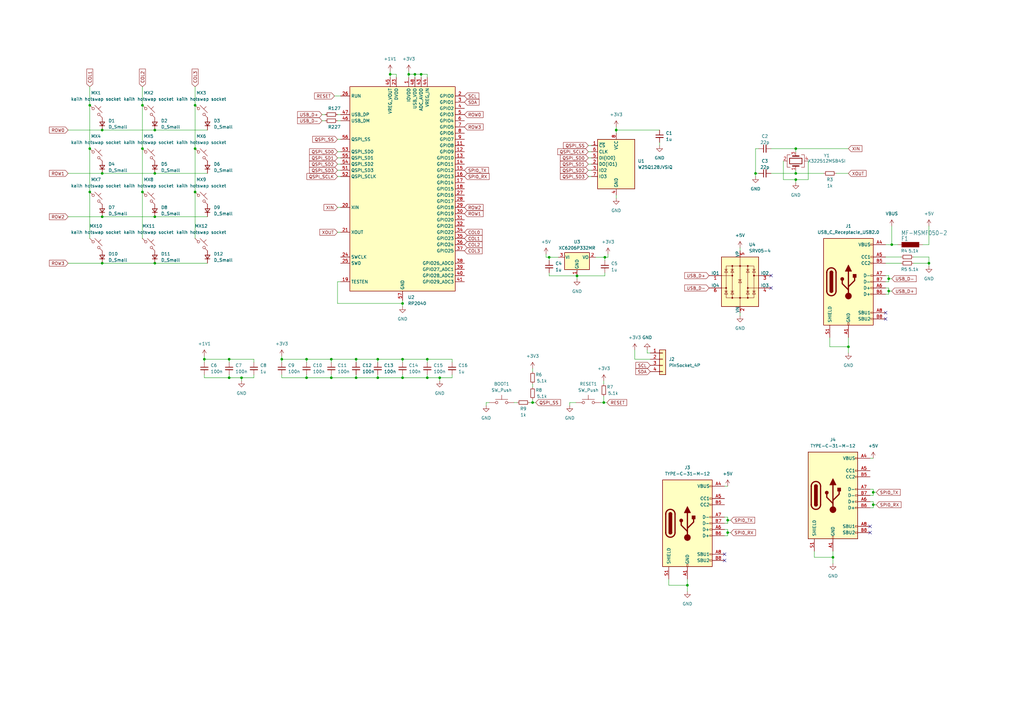
<source format=kicad_sch>
(kicad_sch (version 20231120) (generator "eeschema") (generator_version "8.0")
  (paper "A3")
  (lib_symbols
    (symbol "+1V1_2" (power) (pin_names (offset 0))
      (property "Value" "+1V1_2" (at 0 5.08 0))
      (symbol "+1V1_2_1_1"
        (pin power_in line (at 0 0 90) (length 0) hide (name "+1V1L") (number "1"))
      )
    )
    (symbol "+3V3_2" (power) (pin_names (offset 0))
      (property "Value" "+3V3_2" (at 0 5.08 0))
      (symbol "+3V3_2_1_1"
        (pin power_in line (at 0 0 90) (length 0) hide (name "+3V3L") (number "1"))
      )
    )
    (symbol "+5V_1" (power) (pin_names (offset 0))
      (property "Value" "+5V_1" (at 0 5.08 0))
      (symbol "+5V_1_1_1"
        (pin power_in line (at 0 0 90) (length 0) hide (name "+5VL") (number "1"))
      )
    )
    (symbol "Connector:USB_C_Receptacle_USB2.0" (pin_names (offset 1.016))
      (property "Reference" "J" (at -10.16 19.05 0))
      (property "Value" "USB_C_Receptacle_USB2.0" (at 19.05 19.05 0))
      (symbol "USB_C_Receptacle_USB2.0_1_1"
        (pin passive line (at 0 -22.86 90) (length 5.08) (name "GND") (number "A1"))
        (pin passive line (at 0 -22.86 90) (length 5.08) hide (name "GND") (number "A12"))
        (pin passive line (at 15.24 15.24 180) (length 5.08) (name "VBUS") (number "A4"))
        (pin bidirectional line (at 15.24 10.16 180) (length 5.08) (name "CC1") (number "A5"))
        (pin bidirectional line (at 15.24 -2.54 180) (length 5.08) (name "D+") (number "A6"))
        (pin bidirectional line (at 15.24 2.54 180) (length 5.08) (name "D-") (number "A7"))
        (pin bidirectional line (at 15.24 -12.7 180) (length 5.08) (name "SBU1") (number "A8"))
        (pin passive line (at 15.24 15.24 180) (length 5.08) hide (name "VBUS") (number "A9"))
        (pin passive line (at 0 -22.86 90) (length 5.08) hide (name "GND") (number "B1"))
        (pin passive line (at 0 -22.86 90) (length 5.08) hide (name "GND") (number "B12"))
        (pin passive line (at 15.24 15.24 180) (length 5.08) hide (name "VBUS") (number "B4"))
        (pin bidirectional line (at 15.24 7.62 180) (length 5.08) (name "CC2") (number "B5"))
        (pin bidirectional line (at 15.24 -5.08 180) (length 5.08) (name "D+") (number "B6"))
        (pin bidirectional line (at 15.24 0 180) (length 5.08) (name "D-") (number "B7"))
        (pin bidirectional line (at 15.24 -15.24 180) (length 5.08) (name "SBU2") (number "B8"))
        (pin passive line (at 15.24 15.24 180) (length 5.08) hide (name "VBUS") (number "B9"))
        (pin passive line (at -7.62 -22.86 90) (length 5.08) (name "SHIELD") (number "S1"))
      )
    )
    (symbol "Connector_Generic:Conn_01x04" (pin_names (offset 1.016) hide)
      (property "Reference" "J" (at 0 5.08 0))
      (property "Value" "Conn_01x04" (at 0 -7.62 0))
      (symbol "Conn_01x04_1_1"
        (pin passive line (at -5.08 2.54 0) (length 3.81) (name "Pin_1") (number "1"))
        (pin passive line (at -5.08 0 0) (length 3.81) (name "Pin_2") (number "2"))
        (pin passive line (at -5.08 -2.54 0) (length 3.81) (name "Pin_3") (number "3"))
        (pin passive line (at -5.08 -5.08 0) (length 3.81) (name "Pin_4") (number "4"))
      )
    )
    (symbol "Device:C_Small" (pin_numbers hide) (pin_names (offset 0.254) hide)
      (property "Reference" "C" (at 0.254 1.778 0))
      (property "Value" "C_Small" (at 0.254 -2.032 0))
      (symbol "C_Small_1_1"
        (pin passive line (at 0 2.54 270) (length 2.032) (name "~") (number "1"))
        (pin passive line (at 0 -2.54 90) (length 2.032) (name "~") (number "2"))
      )
    )
    (symbol "Device:Crystal_GND24" (pin_names (offset 1.016) hide)
      (property "Reference" "Y" (at 3.175 5.08 0))
      (property "Value" "Crystal_GND24" (at 3.175 3.175 0))
      (symbol "Crystal_GND24_1_1"
        (pin passive line (at -3.81 0 0) (length 1.27) (name "1") (number "1"))
        (pin passive line (at 0 5.08 270) (length 1.27) (name "2") (number "2"))
        (pin passive line (at 3.81 0 180) (length 1.27) (name "3") (number "3"))
        (pin passive line (at 0 -5.08 90) (length 1.27) (name "4") (number "4"))
      )
    )
    (symbol "Device:D_Small" (pin_numbers hide) (pin_names (offset 0.254) hide)
      (property "Reference" "D" (at -1.27 2.032 0))
      (property "Value" "D_Small" (at -3.81 -2.032 0))
      (symbol "D_Small_1_1"
        (pin passive line (at -2.54 0 0) (length 1.778) (name "K") (number "1"))
        (pin passive line (at 2.54 0 180) (length 1.778) (name "A") (number "2"))
      )
    )
    (symbol "Device:R_Small" (pin_numbers hide) (pin_names (offset 0.254) hide)
      (property "Reference" "R" (at 0.762 0.508 0))
      (property "Value" "R_Small" (at 0.762 -1.016 0))
      (symbol "R_Small_1_1"
        (pin passive line (at 0 2.54 270) (length 0.762) (name "~") (number "1"))
        (pin passive line (at 0 -2.54 90) (length 0.762) (name "~") (number "2"))
      )
    )
    (symbol "GND_1" (power) (pin_names (offset 0))
      (property "Value" "GND_1" (at 0 -5.08 0))
      (symbol "GND_1_1_1"
        (pin power_in line (at 0 0 270) (length 0) hide (name "GNDL") (number "1"))
      )
    )
    (symbol "Leonardo_Rev3e:L-EUL1812"
      (property "Reference" "L" (at -1.4986 -3.81 90))
      (property "Value" "L-EUL1812" (at 3.302 -3.81 90))
      (symbol "L-EUL1812_1_0"
        (pin passive line (at 0 5.08 270) (length 2.54) (name "1") (number "1"))
        (pin passive line (at 0 -5.08 90) (length 2.54) (name "2") (number "2"))
      )
    )
    (symbol "MCU_RaspberryPi:RP2040"
      (property "Reference" "U" (at 17.78 45.72 0))
      (property "Value" "RP2040" (at 17.78 43.18 0))
      (symbol "RP2040_1_1"
        (pin power_in line (at 2.54 45.72 270) (length 3.81) (name "IOVDD") (number "1"))
        (pin passive line (at 2.54 45.72 270) (length 3.81) hide (name "IOVDD") (number "10"))
        (pin bidirectional line (at 25.4 17.78 180) (length 3.81) (name "GPIO8") (number "11"))
        (pin bidirectional line (at 25.4 15.24 180) (length 3.81) (name "GPIO9") (number "12"))
        (pin bidirectional line (at 25.4 12.7 180) (length 3.81) (name "GPIO10") (number "13"))
        (pin bidirectional line (at 25.4 10.16 180) (length 3.81) (name "GPIO11") (number "14"))
        (pin bidirectional line (at 25.4 7.62 180) (length 3.81) (name "GPIO12") (number "15"))
        (pin bidirectional line (at 25.4 5.08 180) (length 3.81) (name "GPIO13") (number "16"))
        (pin bidirectional line (at 25.4 2.54 180) (length 3.81) (name "GPIO14") (number "17"))
        (pin bidirectional line (at 25.4 0 180) (length 3.81) (name "GPIO15") (number "18"))
        (pin input line (at -25.4 -38.1 0) (length 3.81) (name "TESTEN") (number "19"))
        (pin bidirectional line (at 25.4 38.1 180) (length 3.81) (name "GPIO0") (number "2"))
        (pin input line (at -25.4 -7.62 0) (length 3.81) (name "XIN") (number "20"))
        (pin passive line (at -25.4 -17.78 0) (length 3.81) (name "XOUT") (number "21"))
        (pin passive line (at 2.54 45.72 270) (length 3.81) hide (name "IOVDD") (number "22"))
        (pin power_in line (at -2.54 45.72 270) (length 3.81) (name "DVDD") (number "23"))
        (pin input line (at -25.4 -27.94 0) (length 3.81) (name "SWCLK") (number "24"))
        (pin bidirectional line (at -25.4 -30.48 0) (length 3.81) (name "SWD") (number "25"))
        (pin input line (at -25.4 38.1 0) (length 3.81) (name "RUN") (number "26"))
        (pin bidirectional line (at 25.4 -2.54 180) (length 3.81) (name "GPIO16") (number "27"))
        (pin bidirectional line (at 25.4 -5.08 180) (length 3.81) (name "GPIO17") (number "28"))
        (pin bidirectional line (at 25.4 -7.62 180) (length 3.81) (name "GPIO18") (number "29"))
        (pin bidirectional line (at 25.4 35.56 180) (length 3.81) (name "GPIO1") (number "3"))
        (pin bidirectional line (at 25.4 -10.16 180) (length 3.81) (name "GPIO19") (number "30"))
        (pin bidirectional line (at 25.4 -12.7 180) (length 3.81) (name "GPIO20") (number "31"))
        (pin bidirectional line (at 25.4 -15.24 180) (length 3.81) (name "GPIO21") (number "32"))
        (pin passive line (at 2.54 45.72 270) (length 3.81) hide (name "IOVDD") (number "33"))
        (pin bidirectional line (at 25.4 -17.78 180) (length 3.81) (name "GPIO22") (number "34"))
        (pin bidirectional line (at 25.4 -20.32 180) (length 3.81) (name "GPIO23") (number "35"))
        (pin bidirectional line (at 25.4 -22.86 180) (length 3.81) (name "GPIO24") (number "36"))
        (pin bidirectional line (at 25.4 -25.4 180) (length 3.81) (name "GPIO25") (number "37"))
        (pin bidirectional line (at 25.4 -30.48 180) (length 3.81) (name "GPIO26_ADC0") (number "38"))
        (pin bidirectional line (at 25.4 -33.02 180) (length 3.81) (name "GPIO27_ADC1") (number "39"))
        (pin bidirectional line (at 25.4 33.02 180) (length 3.81) (name "GPIO2") (number "4"))
        (pin bidirectional line (at 25.4 -35.56 180) (length 3.81) (name "GPIO28_ADC2") (number "40"))
        (pin bidirectional line (at 25.4 -38.1 180) (length 3.81) (name "GPIO29_ADC3") (number "41"))
        (pin passive line (at 2.54 45.72 270) (length 3.81) hide (name "IOVDD") (number "42"))
        (pin power_in line (at 7.62 45.72 270) (length 3.81) (name "ADC_AVDD") (number "43"))
        (pin power_in line (at 10.16 45.72 270) (length 3.81) (name "VREG_IN") (number "44"))
        (pin power_out line (at -5.08 45.72 270) (length 3.81) (name "VREG_VOUT") (number "45"))
        (pin bidirectional line (at -25.4 27.94 0) (length 3.81) (name "USB_DM") (number "46"))
        (pin bidirectional line (at -25.4 30.48 0) (length 3.81) (name "USB_DP") (number "47"))
        (pin power_in line (at 5.08 45.72 270) (length 3.81) (name "USB_VDD") (number "48"))
        (pin passive line (at 2.54 45.72 270) (length 3.81) hide (name "IOVDD") (number "49"))
        (pin bidirectional line (at 25.4 30.48 180) (length 3.81) (name "GPIO3") (number "5"))
        (pin passive line (at -2.54 45.72 270) (length 3.81) hide (name "DVDD") (number "50"))
        (pin bidirectional line (at -25.4 7.62 0) (length 3.81) (name "QSPI_SD3") (number "51"))
        (pin output line (at -25.4 5.08 0) (length 3.81) (name "QSPI_SCLK") (number "52"))
        (pin bidirectional line (at -25.4 15.24 0) (length 3.81) (name "QSPI_SD0") (number "53"))
        (pin bidirectional line (at -25.4 10.16 0) (length 3.81) (name "QSPI_SD2") (number "54"))
        (pin bidirectional line (at -25.4 12.7 0) (length 3.81) (name "QSPI_SD1") (number "55"))
        (pin bidirectional line (at -25.4 20.32 0) (length 3.81) (name "QSPI_SS") (number "56"))
        (pin power_in line (at 0 -45.72 90) (length 3.81) (name "GND") (number "57"))
        (pin bidirectional line (at 25.4 27.94 180) (length 3.81) (name "GPIO4") (number "6"))
        (pin bidirectional line (at 25.4 25.4 180) (length 3.81) (name "GPIO5") (number "7"))
        (pin bidirectional line (at 25.4 22.86 180) (length 3.81) (name "GPIO6") (number "8"))
        (pin bidirectional line (at 25.4 20.32 180) (length 3.81) (name "GPIO7") (number "9"))
      )
    )
    (symbol "Memory_Flash:W25Q128JVS"
      (property "Reference" "U" (at -8.89 8.89 0))
      (property "Value" "W25Q128JVS" (at 7.62 8.89 0))
      (symbol "W25Q128JVS_1_1"
        (pin input line (at -10.16 7.62 0) (length 2.54) (name "~{CS}") (number "1"))
        (pin bidirectional line (at -10.16 0 0) (length 2.54) (name "DO(IO1)") (number "2"))
        (pin bidirectional line (at -10.16 -2.54 0) (length 2.54) (name "IO2") (number "3"))
        (pin power_in line (at 0 -12.7 90) (length 2.54) (name "GND") (number "4"))
        (pin bidirectional line (at -10.16 2.54 0) (length 2.54) (name "DI(IO0)") (number "5"))
        (pin input line (at -10.16 5.08 0) (length 2.54) (name "CLK") (number "6"))
        (pin bidirectional line (at -10.16 -5.08 0) (length 2.54) (name "IO3") (number "7"))
        (pin power_in line (at 0 12.7 270) (length 2.54) (name "VCC") (number "8"))
      )
    )
    (symbol "PCM_marbastlib-mx:MX_SW_solder" (pin_numbers hide) (pin_names (offset 1.016) hide)
      (property "Reference" "MX" (at 3.048 1.016 0))
      (property "Value" "MX_SW_solder" (at 0 -3.81 0))
      (symbol "MX_SW_solder_0_1"
        (pin passive line (at -2.54 2.54 0) (length 0) (name "1") (number "1"))
        (pin passive line (at 2.54 -2.54 180) (length 0) (name "2") (number "2"))
      )
    )
    (symbol "PCM_marbastlib-various:SRV05-4" (pin_names (offset 0))
      (property "Reference" "U" (at -5.08 11.43 0))
      (property "Value" "SRV05-4" (at 2.54 11.43 0))
      (symbol "SRV05-4_1_1"
        (pin passive line (at -12.7 2.54 0) (length 5.08) (name "IO1") (number "1"))
        (pin passive line (at 0 -12.7 90) (length 2.54) (name "VN") (number "2"))
        (pin passive line (at 12.7 2.54 180) (length 5.08) (name "IO2") (number "3"))
        (pin passive line (at 12.7 -2.54 180) (length 5.08) (name "IO3") (number "4"))
        (pin passive line (at 0 12.7 270) (length 2.54) (name "VP") (number "5"))
        (pin passive line (at -12.7 -2.54 0) (length 5.08) (name "IO4") (number "6"))
      )
    )
    (symbol "Regulator_Linear:XC6206PxxxMR" (pin_names (offset 0.254))
      (property "Reference" "U" (at -3.81 3.175 0))
      (property "Value" "XC6206PxxxMR" (at 0 3.175 0))
      (symbol "XC6206PxxxMR_1_1"
        (pin power_in line (at 0 -7.62 90) (length 2.54) (name "GND") (number "1"))
        (pin power_out line (at 7.62 0 180) (length 2.54) (name "VO") (number "2"))
        (pin power_in line (at -7.62 0 0) (length 2.54) (name "VI") (number "3"))
      )
    )
    (symbol "Switch:SW_Push" (pin_numbers hide) (pin_names (offset 1.016) hide)
      (property "Reference" "SW" (at 1.27 2.54 0))
      (property "Value" "SW_Push" (at 0 -1.524 0))
      (symbol "SW_Push_0_1"
        (pin passive line (at -5.08 0 0) (length 2.54) (name "1") (number "1"))
        (pin passive line (at 5.08 0 180) (length 2.54) (name "2") (number "2"))
      )
    )
    (symbol "power:+1V1" (power) (pin_names (offset 0))
      (property "Value" "+1V1" (at 0 3.556 0))
      (symbol "+1V1_1_1"
        (pin power_in line (at 0 0 90) (length 0) hide (name "+1V1") (number "1"))
      )
    )
    (symbol "power:+3V3" (power) (pin_names (offset 0))
      (property "Value" "+3V3" (at 0 3.556 0))
      (symbol "+3V3_1_1"
        (pin power_in line (at 0 0 90) (length 0) hide (name "+3V3") (number "1"))
      )
    )
    (symbol "power:+5V" (power) (pin_names (offset 0))
      (property "Value" "+5V" (at 0 3.556 0))
      (symbol "+5V_1_1"
        (pin power_in line (at 0 0 90) (length 0) hide (name "+5V") (number "1"))
      )
    )
    (symbol "power:GND" (power) (pin_names (offset 0))
      (property "Value" "GND" (at 0 -3.81 0))
      (symbol "GND_1_1"
        (pin power_in line (at 0 0 270) (length 0) hide (name "GND") (number "1"))
      )
    )
    (symbol "power:VBUS" (power) (pin_names (offset 0))
      (property "Value" "VBUS" (at 0 3.81 0))
      (symbol "VBUS_1_1"
        (pin power_in line (at 0 0 90) (length 0) hide (name "VBUS") (number "1"))
      )
    )
  )
  (junction (at 326.39 71.12))
  (junction (at 175.26 147.32))
  (junction (at 63.5 88.9))
  (junction (at 80.01 43.18))
  (junction (at 167.64 30.48))
  (junction (at 41.91 107.95))
  (junction (at 80.01 78.74))
  (junction (at 146.05 154.94))
  (junction (at 175.26 154.94))
  (junction (at 236.6587 113.1487))
  (junction (at 170.18 30.48))
  (junction (at 225.2287 105.5287))
  (junction (at 364.49 119.38))
  (junction (at 165.1 124.46))
  (junction (at 80.01 60.96))
  (junction (at 41.91 71.12))
  (junction (at 347.98 142.24))
  (junction (at 41.91 88.9))
  (junction (at 36.83 78.74))
  (junction (at 172.72 30.48))
  (junction (at 358.14 201.93))
  (junction (at 252.73 53.34))
  (junction (at 381 107.95))
  (junction (at 165.1 154.94))
  (junction (at 58.42 43.18))
  (junction (at 248.0887 105.5287))
  (junction (at 146.05 147.32))
  (junction (at 326.39 60.96))
  (junction (at 298.45 218.44))
  (junction (at 154.94 154.94))
  (junction (at 135.89 147.32))
  (junction (at 36.83 43.18))
  (junction (at 341.63 228.6))
  (junction (at 326.39 73.66))
  (junction (at 247.65 165.1))
  (junction (at 58.42 78.74))
  (junction (at 298.45 213.36))
  (junction (at 165.1 147.32))
  (junction (at 63.5 71.12))
  (junction (at 281.94 240.03))
  (junction (at 309.88 71.12))
  (junction (at 135.89 154.94))
  (junction (at 93.98 154.94))
  (junction (at 154.94 147.32))
  (junction (at 125.73 154.94))
  (junction (at 93.98 147.32))
  (junction (at 125.73 147.32))
  (junction (at 41.91 53.34))
  (junction (at 58.42 60.96))
  (junction (at 364.49 114.3))
  (junction (at 83.82 147.32))
  (junction (at 365.76 100.33))
  (junction (at 358.14 207.01))
  (junction (at 99.06 154.94))
  (junction (at 160.02 30.48))
  (junction (at 115.57 147.32))
  (junction (at 218.44 165.1))
  (junction (at 63.5 53.34))
  (junction (at 63.5 107.95))
  (junction (at 180.34 154.94))
  (junction (at 36.83 60.96))
  (no_connect (at 316.23 118.11))
  (no_connect (at 363.22 128.27))
  (no_connect (at 356.87 215.9))
  (no_connect (at 297.18 227.33))
  (no_connect (at 297.18 229.87))
  (no_connect (at 356.87 218.44))
  (no_connect (at 316.23 113.03))
  (no_connect (at 363.22 130.81))
  (wire (pts (xy 58.42 60.96) (xy 58.42 78.74)))
  (wire (pts (xy 241.3 64.77) (xy 242.57 64.77)))
  (wire (pts (xy 298.45 214.63) (xy 297.18 214.63)))
  (wire (pts (xy 175.26 147.32) (xy 185.42 147.32)))
  (wire (pts (xy 236.6587 114.4187) (xy 236.6587 113.1487)))
  (wire (pts (xy 274.32 237.49) (xy 274.32 240.03)))
  (wire (pts (xy 236.6587 113.1487) (xy 248.0887 113.1487)))
  (wire (pts (xy 248.0887 105.5287) (xy 248.0887 106.7987)))
  (wire (pts (xy 364.49 118.11) (xy 363.22 118.11)))
  (wire (pts (xy 363.22 107.95) (xy 369.57 107.95)))
  (wire (pts (xy 356.87 200.66) (xy 358.14 200.66)))
  (wire (pts (xy 93.98 147.32) (xy 104.14 147.32)))
  (wire (pts (xy 146.05 153.67) (xy 146.05 154.94)))
  (wire (pts (xy 364.49 114.3) (xy 364.49 113.03)))
  (wire (pts (xy 236.22 165.1) (xy 233.68 165.1)))
  (wire (pts (xy 165.1 153.67) (xy 165.1 154.94)))
  (wire (pts (xy 326.39 69.85) (xy 326.39 71.12)))
  (wire (pts (xy 252.73 53.34) (xy 270.51 53.34)))
  (wire (pts (xy 247.65 162.56) (xy 247.65 165.1)))
  (wire (pts (xy 125.73 154.94) (xy 135.89 154.94)))
  (wire (pts (xy 115.57 147.32) (xy 125.73 147.32)))
  (wire (pts (xy 218.44 151.13) (xy 218.44 152.4)))
  (wire (pts (xy 210.82 165.1) (xy 212.09 165.1)))
  (wire (pts (xy 303.53 101.6) (xy 303.53 102.87)))
  (wire (pts (xy 298.45 218.44) (xy 298.45 219.71)))
  (wire (pts (xy 364.49 119.38) (xy 364.49 118.11)))
  (wire (pts (xy 365.76 92.71) (xy 365.76 100.33)))
  (wire (pts (xy 138.43 49.53) (xy 139.7 49.53)))
  (wire (pts (xy 265.43 144.78) (xy 266.7 144.78)))
  (wire (pts (xy 252.73 52.07) (xy 252.73 53.34)))
  (wire (pts (xy 172.72 30.48) (xy 175.26 30.48)))
  (wire (pts (xy 241.3 59.69) (xy 242.57 59.69)))
  (wire (pts (xy 248.0887 105.5287) (xy 249.3587 105.5287)))
  (wire (pts (xy 180.34 154.94) (xy 185.42 154.94)))
  (wire (pts (xy 27.94 88.9) (xy 41.91 88.9)))
  (wire (pts (xy 115.57 148.59) (xy 115.57 147.32)))
  (wire (pts (xy 358.14 201.93) (xy 358.14 203.2)))
  (wire (pts (xy 326.39 74.93) (xy 326.39 73.66)))
  (wire (pts (xy 104.14 148.59) (xy 104.14 147.32)))
  (wire (pts (xy 265.43 143.51) (xy 265.43 144.78)))
  (wire (pts (xy 358.14 205.74) (xy 358.14 207.01)))
  (wire (pts (xy 36.83 60.96) (xy 36.83 78.74)))
  (wire (pts (xy 165.1 124.46) (xy 165.1 123.19)))
  (wire (pts (xy 311.15 60.96) (xy 309.88 60.96)))
  (wire (pts (xy 83.82 147.32) (xy 93.98 147.32)))
  (wire (pts (xy 167.64 30.48) (xy 170.18 30.48)))
  (wire (pts (xy 80.01 60.96) (xy 80.01 78.74)))
  (wire (pts (xy 165.1 154.94) (xy 175.26 154.94)))
  (wire (pts (xy 172.72 30.48) (xy 170.18 30.48)))
  (wire (pts (xy 218.44 163.83) (xy 218.44 165.1)))
  (wire (pts (xy 80.01 43.18) (xy 80.01 60.96)))
  (wire (pts (xy 326.39 62.23) (xy 326.39 60.96)))
  (wire (pts (xy 316.23 71.12) (xy 326.39 71.12)))
  (wire (pts (xy 138.43 72.39) (xy 139.7 72.39)))
  (wire (pts (xy 160.02 31.75) (xy 160.02 30.48)))
  (wire (pts (xy 27.94 71.12) (xy 41.91 71.12)))
  (wire (pts (xy 270.51 58.42) (xy 270.51 59.69)))
  (wire (pts (xy 223.9587 105.5287) (xy 225.2287 105.5287)))
  (wire (pts (xy 358.14 208.28) (xy 356.87 208.28)))
  (wire (pts (xy 297.18 217.17) (xy 298.45 217.17)))
  (wire (pts (xy 297.18 212.09) (xy 298.45 212.09)))
  (wire (pts (xy 363.22 115.57) (xy 364.49 115.57)))
  (wire (pts (xy 316.23 60.96) (xy 326.39 60.96)))
  (wire (pts (xy 41.91 53.34) (xy 63.5 53.34)))
  (wire (pts (xy 125.73 147.32) (xy 135.89 147.32)))
  (wire (pts (xy 252.73 80.01) (xy 252.73 81.28)))
  (wire (pts (xy 241.3 67.31) (xy 242.57 67.31)))
  (wire (pts (xy 252.73 53.34) (xy 252.73 54.61)))
  (wire (pts (xy 165.1 147.32) (xy 175.26 147.32)))
  (wire (pts (xy 80.01 35.56) (xy 80.01 43.18)))
  (wire (pts (xy 303.53 128.27) (xy 303.53 129.54)))
  (wire (pts (xy 132.08 46.99) (xy 133.35 46.99)))
  (wire (pts (xy 217.17 165.1) (xy 218.44 165.1)))
  (wire (pts (xy 185.42 154.94) (xy 185.42 153.67)))
  (wire (pts (xy 27.94 107.95) (xy 41.91 107.95)))
  (wire (pts (xy 381 100.33) (xy 381 92.71)))
  (wire (pts (xy 298.45 199.39) (xy 297.18 199.39)))
  (wire (pts (xy 281.94 240.03) (xy 281.94 242.57)))
  (wire (pts (xy 365.76 100.33) (xy 368.3 100.33)))
  (wire (pts (xy 154.94 154.94) (xy 165.1 154.94)))
  (wire (pts (xy 247.65 156.21) (xy 247.65 157.48)))
  (wire (pts (xy 63.5 107.95) (xy 85.09 107.95)))
  (wire (pts (xy 309.88 60.96) (xy 309.88 71.12)))
  (wire (pts (xy 364.49 120.65) (xy 364.49 119.38)))
  (wire (pts (xy 115.57 153.67) (xy 115.57 154.94)))
  (wire (pts (xy 309.88 71.12) (xy 311.15 71.12)))
  (wire (pts (xy 58.42 78.74) (xy 58.42 97.79)))
  (wire (pts (xy 138.43 95.25) (xy 139.7 95.25)))
  (wire (pts (xy 233.68 165.1) (xy 233.68 166.37)))
  (wire (pts (xy 83.82 154.94) (xy 93.98 154.94)))
  (wire (pts (xy 167.64 29.21) (xy 167.64 30.48)))
  (wire (pts (xy 298.45 217.17) (xy 298.45 218.44)))
  (wire (pts (xy 83.82 153.67) (xy 83.82 154.94)))
  (wire (pts (xy 260.35 147.32) (xy 260.35 143.51)))
  (wire (pts (xy 363.22 105.41) (xy 369.57 105.41)))
  (wire (pts (xy 341.63 228.6) (xy 341.63 231.14)))
  (wire (pts (xy 274.32 240.03) (xy 281.94 240.03)))
  (wire (pts (xy 241.3 62.23) (xy 242.57 62.23)))
  (wire (pts (xy 138.43 62.23) (xy 139.7 62.23)))
  (wire (pts (xy 334.01 226.06) (xy 334.01 228.6)))
  (wire (pts (xy 172.72 31.75) (xy 172.72 30.48)))
  (wire (pts (xy 248.0887 111.8787) (xy 248.0887 113.1487)))
  (wire (pts (xy 115.57 154.94) (xy 125.73 154.94)))
  (wire (pts (xy 41.91 88.9) (xy 63.5 88.9)))
  (wire (pts (xy 218.44 165.1) (xy 219.71 165.1)))
  (wire (pts (xy 223.9587 105.5287) (xy 223.9587 104.2587)))
  (wire (pts (xy 358.14 200.66) (xy 358.14 201.93)))
  (wire (pts (xy 41.91 71.12) (xy 63.5 71.12)))
  (wire (pts (xy 326.39 60.96) (xy 347.98 60.96)))
  (wire (pts (xy 137.16 39.37) (xy 139.7 39.37)))
  (wire (pts (xy 99.06 154.94) (xy 104.14 154.94)))
  (wire (pts (xy 309.88 71.12) (xy 309.88 72.39)))
  (wire (pts (xy 170.18 30.48) (xy 170.18 31.75)))
  (wire (pts (xy 260.35 147.32) (xy 266.7 147.32)))
  (wire (pts (xy 358.14 201.93) (xy 359.41 201.93)))
  (wire (pts (xy 342.9 71.12) (xy 347.98 71.12)))
  (wire (pts (xy 244.2787 105.5287) (xy 248.0887 105.5287)))
  (wire (pts (xy 138.43 57.15) (xy 139.7 57.15)))
  (wire (pts (xy 138.43 64.77) (xy 139.7 64.77)))
  (wire (pts (xy 125.73 153.67) (xy 125.73 154.94)))
  (wire (pts (xy 225.2287 105.5287) (xy 225.2287 106.7987)))
  (wire (pts (xy 358.14 207.01) (xy 358.14 208.28)))
  (wire (pts (xy 154.94 147.32) (xy 165.1 147.32)))
  (wire (pts (xy 298.45 218.44) (xy 299.72 218.44)))
  (wire (pts (xy 135.89 147.32) (xy 146.05 147.32)))
  (wire (pts (xy 334.01 228.6) (xy 341.63 228.6)))
  (wire (pts (xy 58.42 43.18) (xy 58.42 60.96)))
  (wire (pts (xy 138.43 46.99) (xy 139.7 46.99)))
  (wire (pts (xy 139.7 115.57) (xy 138.43 115.57)))
  (wire (pts (xy 175.26 31.75) (xy 175.26 30.48)))
  (wire (pts (xy 347.98 138.43) (xy 347.98 142.24)))
  (wire (pts (xy 160.02 30.48) (xy 162.56 30.48)))
  (wire (pts (xy 93.98 147.32) (xy 93.98 148.59)))
  (wire (pts (xy 165.1 148.59) (xy 165.1 147.32)))
  (wire (pts (xy 358.14 207.01) (xy 359.41 207.01)))
  (wire (pts (xy 63.5 71.12) (xy 85.09 71.12)))
  (wire (pts (xy 340.36 138.43) (xy 340.36 142.24)))
  (wire (pts (xy 363.22 100.33) (xy 365.76 100.33)))
  (wire (pts (xy 146.05 148.59) (xy 146.05 147.32)))
  (wire (pts (xy 364.49 115.57) (xy 364.49 114.3)))
  (wire (pts (xy 167.64 31.75) (xy 167.64 30.48)))
  (wire (pts (xy 175.26 153.67) (xy 175.26 154.94)))
  (wire (pts (xy 138.43 115.57) (xy 138.43 124.46)))
  (wire (pts (xy 363.22 113.03) (xy 364.49 113.03)))
  (wire (pts (xy 298.45 213.36) (xy 298.45 214.63)))
  (wire (pts (xy 41.91 107.95) (xy 63.5 107.95)))
  (wire (pts (xy 180.34 156.21) (xy 180.34 154.94)))
  (wire (pts (xy 115.57 146.05) (xy 115.57 147.32)))
  (wire (pts (xy 199.39 165.1) (xy 199.39 166.37)))
  (wire (pts (xy 225.2287 111.8787) (xy 225.2287 113.1487)))
  (wire (pts (xy 138.43 124.46) (xy 165.1 124.46)))
  (wire (pts (xy 36.83 43.18) (xy 36.83 60.96)))
  (wire (pts (xy 175.26 148.59) (xy 175.26 147.32)))
  (wire (pts (xy 185.42 147.32) (xy 185.42 148.59)))
  (wire (pts (xy 298.45 213.36) (xy 299.72 213.36)))
  (wire (pts (xy 36.83 35.56) (xy 36.83 43.18)))
  (wire (pts (xy 374.65 107.95) (xy 381 107.95)))
  (wire (pts (xy 341.63 226.06) (xy 341.63 228.6)))
  (wire (pts (xy 363.22 120.65) (xy 364.49 120.65)))
  (wire (pts (xy 175.26 154.94) (xy 180.34 154.94)))
  (wire (pts (xy 132.08 49.53) (xy 133.35 49.53)))
  (wire (pts (xy 160.02 29.21) (xy 160.02 30.48)))
  (wire (pts (xy 358.14 203.2) (xy 356.87 203.2)))
  (wire (pts (xy 241.3 72.39) (xy 242.57 72.39)))
  (wire (pts (xy 331.47 66.04) (xy 331.47 73.66)))
  (wire (pts (xy 80.01 78.74) (xy 80.01 97.79)))
  (wire (pts (xy 93.98 154.94) (xy 99.06 154.94)))
  (wire (pts (xy 298.45 219.71) (xy 297.18 219.71)))
  (wire (pts (xy 248.92 165.1) (xy 247.65 165.1)))
  (wire (pts (xy 356.87 205.74) (xy 358.14 205.74)))
  (wire (pts (xy 241.3 69.85) (xy 242.57 69.85)))
  (wire (pts (xy 135.89 153.67) (xy 135.89 154.94)))
  (wire (pts (xy 218.44 158.75) (xy 218.44 157.48)))
  (wire (pts (xy 364.49 119.38) (xy 365.76 119.38)))
  (wire (pts (xy 247.65 165.1) (xy 246.38 165.1)))
  (wire (pts (xy 321.31 73.66) (xy 326.39 73.66)))
  (wire (pts (xy 104.14 153.67) (xy 104.14 154.94)))
  (wire (pts (xy 165.1 125.73) (xy 165.1 124.46)))
  (wire (pts (xy 358.14 187.96) (xy 356.87 187.96)))
  (wire (pts (xy 162.56 30.48) (xy 162.56 31.75)))
  (wire (pts (xy 326.39 71.12) (xy 337.82 71.12)))
  (wire (pts (xy 93.98 153.67) (xy 93.98 154.94)))
  (wire (pts (xy 365.76 114.3) (xy 364.49 114.3)))
  (wire (pts (xy 347.98 142.24) (xy 347.98 144.78)))
  (wire (pts (xy 331.47 73.66) (xy 326.39 73.66)))
  (wire (pts (xy 225.2287 105.5287) (xy 229.0387 105.5287)))
  (wire (pts (xy 249.3587 105.5287) (xy 249.3587 104.2587)))
  (wire (pts (xy 381 109.22) (xy 381 107.95)))
  (wire (pts (xy 36.83 78.74) (xy 36.83 97.79)))
  (wire (pts (xy 374.65 105.41) (xy 381 105.41)))
  (wire (pts (xy 200.66 165.1) (xy 199.39 165.1)))
  (wire (pts (xy 298.45 212.09) (xy 298.45 213.36)))
  (wire (pts (xy 135.89 148.59) (xy 135.89 147.32)))
  (wire (pts (xy 83.82 148.59) (xy 83.82 147.32)))
  (wire (pts (xy 381 105.41) (xy 381 107.95)))
  (wire (pts (xy 99.06 156.21) (xy 99.06 154.94)))
  (wire (pts (xy 83.82 146.05) (xy 83.82 147.32)))
  (wire (pts (xy 146.05 154.94) (xy 154.94 154.94)))
  (wire (pts (xy 138.43 85.09) (xy 139.7 85.09)))
  (wire (pts (xy 225.2287 113.1487) (xy 236.6587 113.1487)))
  (wire (pts (xy 340.36 142.24) (xy 347.98 142.24)))
  (wire (pts (xy 146.05 147.32) (xy 154.94 147.32)))
  (wire (pts (xy 138.43 67.31) (xy 139.7 67.31)))
  (wire (pts (xy 135.89 154.94) (xy 146.05 154.94)))
  (wire (pts (xy 63.5 53.34) (xy 85.09 53.34)))
  (wire (pts (xy 154.94 153.67) (xy 154.94 154.94)))
  (wire (pts (xy 63.5 88.9) (xy 85.09 88.9)))
  (wire (pts (xy 154.94 148.59) (xy 154.94 147.32)))
  (wire (pts (xy 281.94 237.49) (xy 281.94 240.03)))
  (wire (pts (xy 58.42 35.56) (xy 58.42 43.18)))
  (wire (pts (xy 138.43 69.85) (xy 139.7 69.85)))
  (wire (pts (xy 27.94 53.34) (xy 41.91 53.34)))
  (wire (pts (xy 125.73 147.32) (xy 125.73 148.59)))
  (wire (pts (xy 321.31 66.04) (xy 321.31 73.66)))
  (wire (pts (xy 378.46 100.33) (xy 381 100.33)))
  (global_label "SPI0_RX" (shape input) (at 359.41 207.01 0) (property "Intersheetrefs" "${INTERSHEET_REFS}" (effects (hide yes))))
  (global_label "COL1" (shape input) (at 36.83 35.56 90) (property "Intersheetrefs" "${INTERSHEET_REFS}" (effects (hide yes))))
  (global_label "SDA" (shape input) (at 266.7 152.4 180) (property "Intersheetrefs" "${INTERSHEET_REFS}" (effects (hide yes))))
  (global_label "USB_D-" (shape input) (at 132.08 49.53 180) (property "Intersheetrefs" "${INTERSHEET_REFS}" (effects (hide yes))))
  (global_label "QSPI_SD3" (shape input) (at 138.43 69.85 180) (property "Intersheetrefs" "${INTERSHEET_REFS}" (effects (hide yes))))
  (global_label "SDA" (shape input) (at 190.5 41.91 0) (property "Intersheetrefs" "${INTERSHEET_REFS}" (effects (hide yes))))
  (global_label "QSPI_SD0" (shape input) (at 241.3 64.77 180) (property "Intersheetrefs" "${INTERSHEET_REFS}" (effects (hide yes))))
  (global_label "QSPI_SS" (shape input) (at 241.3 59.69 180) (property "Intersheetrefs" "${INTERSHEET_REFS}" (effects (hide yes))))
  (global_label "USB_D+" (shape input) (at 365.76 119.38 0) (property "Intersheetrefs" "${INTERSHEET_REFS}" (effects (hide yes))))
  (global_label "SCL" (shape input) (at 190.5 39.37 0) (property "Intersheetrefs" "${INTERSHEET_REFS}" (effects (hide yes))))
  (global_label "QSPI_SD1" (shape input) (at 241.3 67.31 180) (property "Intersheetrefs" "${INTERSHEET_REFS}" (effects (hide yes))))
  (global_label "SPI0_RX" (shape input) (at 190.5 72.39 0) (property "Intersheetrefs" "${INTERSHEET_REFS}" (effects (hide yes))))
  (global_label "QSPI_SD0" (shape input) (at 138.43 62.23 180) (property "Intersheetrefs" "${INTERSHEET_REFS}" (effects (hide yes))))
  (global_label "USB_D+" (shape input) (at 290.83 113.03 180) (property "Intersheetrefs" "${INTERSHEET_REFS}" (effects (hide yes))))
  (global_label "RESET" (shape input) (at 137.16 39.37 180) (property "Intersheetrefs" "${INTERSHEET_REFS}" (effects (hide yes))))
  (global_label "QSPI_SS" (shape input) (at 219.71 165.1 0) (property "Intersheetrefs" "${INTERSHEET_REFS}" (effects (hide yes))))
  (global_label "ROW3" (shape input) (at 190.5 52.07 0) (property "Intersheetrefs" "${INTERSHEET_REFS}" (effects (hide yes))))
  (global_label "COL3" (shape input) (at 80.01 35.56 90) (property "Intersheetrefs" "${INTERSHEET_REFS}" (effects (hide yes))))
  (global_label "USB_D-" (shape input) (at 365.76 114.3 0) (property "Intersheetrefs" "${INTERSHEET_REFS}" (effects (hide yes))))
  (global_label "USB_D+" (shape input) (at 132.08 46.99 180) (property "Intersheetrefs" "${INTERSHEET_REFS}" (effects (hide yes))))
  (global_label "SPI0_TX" (shape input) (at 359.41 201.93 0) (property "Intersheetrefs" "${INTERSHEET_REFS}" (effects (hide yes))))
  (global_label "COL0" (shape input) (at 190.5 95.25 0) (property "Intersheetrefs" "${INTERSHEET_REFS}" (effects (hide yes))))
  (global_label "SPI0_TX" (shape input) (at 190.5 69.85 0) (property "Intersheetrefs" "${INTERSHEET_REFS}" (effects (hide yes))))
  (global_label "QSPI_SD2" (shape input) (at 241.3 69.85 180) (property "Intersheetrefs" "${INTERSHEET_REFS}" (effects (hide yes))))
  (global_label "COL1" (shape input) (at 190.5 97.79 0) (property "Intersheetrefs" "${INTERSHEET_REFS}" (effects (hide yes))))
  (global_label "ROW1" (shape input) (at 190.5 87.63 0) (property "Intersheetrefs" "${INTERSHEET_REFS}" (effects (hide yes))))
  (global_label "QSPI_SS" (shape input) (at 138.43 57.15 180) (property "Intersheetrefs" "${INTERSHEET_REFS}" (effects (hide yes))))
  (global_label "COL2" (shape input) (at 190.5 100.33 0) (property "Intersheetrefs" "${INTERSHEET_REFS}" (effects (hide yes))))
  (global_label "ROW0" (shape input) (at 190.5 46.99 0) (property "Intersheetrefs" "${INTERSHEET_REFS}" (effects (hide yes))))
  (global_label "QSPI_SD3" (shape input) (at 241.3 72.39 180) (property "Intersheetrefs" "${INTERSHEET_REFS}" (effects (hide yes))))
  (global_label "XOUT" (shape input) (at 347.98 71.12 0) (property "Intersheetrefs" "${INTERSHEET_REFS}" (effects (hide yes))))
  (global_label "ROW1" (shape input) (at 27.94 71.12 180) (property "Intersheetrefs" "${INTERSHEET_REFS}" (effects (hide yes))))
  (global_label "ROW0" (shape input) (at 27.94 53.34 180) (property "Intersheetrefs" "${INTERSHEET_REFS}" (effects (hide yes))))
  (global_label "XIN" (shape input) (at 347.98 60.96 0) (property "Intersheetrefs" "${INTERSHEET_REFS}" (effects (hide yes))))
  (global_label "ROW3" (shape input) (at 27.94 107.95 180) (property "Intersheetrefs" "${INTERSHEET_REFS}" (effects (hide yes))))
  (global_label "QSPI_SD2" (shape input) (at 138.43 67.31 180) (property "Intersheetrefs" "${INTERSHEET_REFS}" (effects (hide yes))))
  (global_label "COL2" (shape input) (at 58.42 35.56 90) (property "Intersheetrefs" "${INTERSHEET_REFS}" (effects (hide yes))))
  (global_label "SPI0_TX" (shape input) (at 299.72 213.36 0) (property "Intersheetrefs" "${INTERSHEET_REFS}" (effects (hide yes))))
  (global_label "QSPI_SD1" (shape input) (at 138.43 64.77 180) (property "Intersheetrefs" "${INTERSHEET_REFS}" (effects (hide yes))))
  (global_label "QSPI_SCLK" (shape input) (at 241.3 62.23 180) (property "Intersheetrefs" "${INTERSHEET_REFS}" (effects (hide yes))))
  (global_label "SCL" (shape input) (at 266.7 149.86 180) (property "Intersheetrefs" "${INTERSHEET_REFS}" (effects (hide yes))))
  (global_label "RESET" (shape input) (at 248.92 165.1 0) (property "Intersheetrefs" "${INTERSHEET_REFS}" (effects (hide yes))))
  (global_label "ROW2" (shape input) (at 190.5 85.09 0) (property "Intersheetrefs" "${INTERSHEET_REFS}" (effects (hide yes))))
  (global_label "XOUT" (shape input) (at 138.43 95.25 180) (property "Intersheetrefs" "${INTERSHEET_REFS}" (effects (hide yes))))
  (global_label "COL3" (shape input) (at 190.5 102.87 0) (property "Intersheetrefs" "${INTERSHEET_REFS}" (effects (hide yes))))
  (global_label "XIN" (shape input) (at 138.43 85.09 180) (property "Intersheetrefs" "${INTERSHEET_REFS}" (effects (hide yes))))
  (global_label "ROW2" (shape input) (at 27.94 88.9 180) (property "Intersheetrefs" "${INTERSHEET_REFS}" (effects (hide yes))))
  (global_label "USB_D-" (shape input) (at 290.83 118.11 180) (property "Intersheetrefs" "${INTERSHEET_REFS}" (effects (hide yes))))
  (global_label "SPI0_RX" (shape input) (at 299.72 218.44 0) (property "Intersheetrefs" "${INTERSHEET_REFS}" (effects (hide yes))))
  (global_label "QSPI_SCLK" (shape input) (at 138.43 72.39 180) (property "Intersheetrefs" "${INTERSHEET_REFS}" (effects (hide yes))))
  (symbol (lib_id "PCM_marbastlib-mx:MX_SW_solder") (at 39.37 100.33 0) (unit 1)
    (property "Reference" "MX10" (at 39.37 92.71 0))
    (property "Value" "kailh hotswap socket" (at 39.37 95.25 0))
    (property "Footprint" "PCM_marbastlib-mx:SW_MX_HS_CPG151101S11_1u" (effects (hide yes)))
  )
  (symbol (lib_id "power:GND") (at 270.51 59.69 0) (unit 1)
    (property "Reference" "#PWR04" (effects (hide yes)))
    (property "Value" "GND" (at 270.51 64.77 0))
  )
  (symbol (lib_id "power:GND") (at 199.39 166.37 0) (unit 1)
    (property "Reference" "#PWR023" (effects (hide yes)))
    (property "Value" "GND" (at 199.39 171.45 0))
  )
  (symbol (lib_id "Device:D_Small") (at 85.09 68.58 90) (unit 1)
    (property "Reference" "D6" (at 87.63 67.31 90) (effects (justify right)))
    (property "Value" "D_Small" (at 87.63 69.85 90) (effects (justify right)))
    (property "Footprint" "Diode_SMD:D_SOD-123" (effects (hide yes)))
    (property "Sim.Device" "D" (effects (hide yes)))
    (property "Sim.Pins" "1=K 2=A" (effects (hide yes)))
  )
  (symbol (lib_id "Device:C_Small") (at 313.69 60.96 90) (unit 1)
    (property "Reference" "C2" (at 313.6963 55.88 90))
    (property "Value" "22p" (at 313.6963 58.42 90))
    (property "Footprint" "Capacitor_SMD:C_0402_1005Metric" (effects (hide yes)))
  )
  (symbol (lib_id "power:GND") (at 303.53 129.54 0) (unit 1)
    (property "Reference" "#PWR016" (effects (hide yes)))
    (property "Value" "GND" (at 303.53 134.62 0))
  )
  (symbol (lib_id "Device:R_Small") (at 214.63 165.1 90) (unit 1)
    (property "Reference" "R9" (at 214.63 167.64 90))
    (property "Value" "1k" (at 214.63 170.18 90))
    (property "Footprint" "Resistor_SMD:R_0402_1005Metric" (effects (hide yes)))
  )
  (symbol (lib_id "power:GND") (at 347.98 144.78 0) (unit 1)
    (property "Reference" "#PWR019" (effects (hide yes)))
    (property "Value" "GND" (at 347.98 149.86 0))
  )
  (symbol (lib_id "Leonardo_Rev3e:L-EUL1812") (at 373.38 100.33 270) (unit 1)
    (property "Reference" "F1" (at 369.57 98.8314 90) (effects (font (size 1.778 1.5113)) (justify left bottom)))
    (property "Value" "MF-MSMF050-2" (at 369.57 96.52 90) (effects (font (size 1.778 1.5113)) (justify left bottom)))
    (property "Footprint" "Fuse:Fuse_1812_4532Metric" (effects (hide yes)))
  )
  (symbol (lib_id "Device:R_Small") (at 218.44 161.29 180) (unit 1)
    (property "Reference" "R8" (at 220.98 160.02 0))
    (property "Value" "5.1k" (at 222.25 162.56 0))
    (property "Footprint" "Resistor_SMD:R_0402_1005Metric" (effects (hide yes)))
  )
  (symbol (lib_id "Device:R_Small") (at 135.89 49.53 90) (unit 1)
    (property "Reference" "R2" (at 135.89 52.07 90))
    (property "Value" "27" (at 138.43 52.07 90))
    (property "Footprint" "Resistor_SMD:R_0402_1005Metric" (effects (hide yes)))
  )
  (symbol (lib_id "MCU_RaspberryPi:RP2040") (at 165.1 77.47 0) (unit 1)
    (property "Reference" "U2" (at 167.2941 121.92 0) (effects (justify left)))
    (property "Value" "RP2040" (at 167.2941 124.46 0) (effects (justify left)))
    (property "Footprint" "Package_DFN_QFN:QFN-56-1EP_7x7mm_P0.4mm_EP3.2x3.2mm" (effects (hide yes)))
    (property "Datasheet" "https://datasheets.raspberrypi.com/rp2040/rp2040-datasheet.pdf" (effects (hide yes)))
  )
  (symbol (lib_id "Device:D_Small") (at 41.91 68.58 90) (unit 1)
    (property "Reference" "D4" (at 44.45 67.31 90) (effects (justify right)))
    (property "Value" "D_Small" (at 44.45 69.85 90) (effects (justify right)))
    (property "Footprint" "Diode_SMD:D_SOD-123" (effects (hide yes)))
    (property "Sim.Device" "D" (effects (hide yes)))
    (property "Sim.Pins" "1=K 2=A" (effects (hide yes)))
  )
  (symbol (lib_id "Device:C_Small") (at 175.26 151.13 0) (unit 1)
    (property "Reference" "C15" (at 177.8 149.8663 0) (effects (justify left)))
    (property "Value" "100n" (at 177.8 152.4063 0) (effects (justify left)))
    (property "Footprint" "Capacitor_SMD:C_0402_1005Metric" (effects (hide yes)))
  )
  (symbol (lib_id "Switch:SW_Push") (at 205.74 165.1 0) (unit 1) (in_bom no)
    (property "Reference" "BOOT1" (at 205.74 157.48 0))
    (property "Value" "SW_Push" (at 205.74 160.02 0))
    (property "Footprint" "Button_Switch_SMD:SW_SPST_TL3342" (effects (hide yes)))
  )
  (symbol (lib_id "power:GND") (at 309.88 72.39 0) (unit 1)
    (property "Reference" "#PWR05" (effects (hide yes)))
    (property "Value" "GND" (at 309.88 77.47 0))
  )
  (symbol (lib_name "+5V_1") (lib_id "power:+5V") (at 358.14 187.96 0) (unit 1)
    (property "Reference" "#PWR025" (effects (hide yes)))
    (property "Value" "+5V" (at 358.14 182.88 0))
  )
  (symbol (lib_id "PCM_marbastlib-mx:MX_SW_solder") (at 39.37 63.5 0) (unit 1)
    (property "Reference" "MX4" (at 39.37 55.88 0))
    (property "Value" "kailh hotswap socket" (at 39.37 58.42 0))
    (property "Footprint" "PCM_marbastlib-mx:SW_MX_HS_CPG151101S11_1u" (effects (hide yes)))
  )
  (symbol (lib_id "PCM_marbastlib-mx:MX_SW_solder") (at 39.37 81.28 0) (unit 1)
    (property "Reference" "MX7" (at 39.37 73.66 0))
    (property "Value" "kailh hotswap socket" (at 39.37 76.2 0))
    (property "Footprint" "PCM_marbastlib-mx:SW_MX_HS_CPG151101S11_1u" (effects (hide yes)))
  )
  (symbol (lib_id "Device:D_Small") (at 85.09 50.8 90) (unit 1)
    (property "Reference" "D3" (at 87.63 49.53 90) (effects (justify right)))
    (property "Value" "D_Small" (at 87.63 52.07 90) (effects (justify right)))
    (property "Footprint" "Diode_SMD:D_SOD-123" (effects (hide yes)))
    (property "Sim.Device" "D" (effects (hide yes)))
    (property "Sim.Pins" "1=K 2=A" (effects (hide yes)))
  )
  (symbol (lib_name "GND_1") (lib_id "power:GND") (at 180.34 156.21 0) (unit 1)
    (property "Reference" "#PWR032" (effects (hide yes)))
    (property "Value" "GND" (at 180.34 161.29 0))
  )
  (symbol (lib_id "Device:R_Small") (at 372.11 107.95 90) (unit 1)
    (property "Reference" "R5" (at 370.84 110.49 90))
    (property "Value" "5.1k" (at 374.65 110.49 90))
    (property "Footprint" "Resistor_SMD:R_0402_1005Metric" (effects (hide yes)))
  )
  (symbol (lib_id "PCM_marbastlib-mx:MX_SW_solder") (at 39.37 45.72 0) (unit 1)
    (property "Reference" "MX1" (at 39.37 38.1 0))
    (property "Value" "kailh hotswap socket" (at 39.37 40.64 0))
    (property "Footprint" "PCM_marbastlib-mx:SW_MX_HS_CPG151101S11_1u" (effects (hide yes)))
  )
  (symbol (lib_id "power:GND") (at 233.68 166.37 0) (unit 1)
    (property "Reference" "#PWR024" (effects (hide yes)))
    (property "Value" "GND" (at 233.68 171.45 0))
  )
  (symbol (lib_id "Device:R_Small") (at 340.36 71.12 90) (unit 1)
    (property "Reference" "R3" (at 340.36 73.66 90))
    (property "Value" "1k" (at 340.36 76.2 90))
    (property "Footprint" "Resistor_SMD:R_0402_1005Metric" (effects (hide yes)))
  )
  (symbol (lib_id "power:+3V3") (at 218.44 151.13 0) (unit 1)
    (property "Reference" "#PWR020" (effects (hide yes)))
    (property "Value" "+3V3" (at 218.44 146.05 0))
  )
  (symbol (lib_id "PCM_marbastlib-mx:MX_SW_solder") (at 60.96 45.72 0) (unit 1)
    (property "Reference" "MX2" (at 60.96 38.1 0))
    (property "Value" "kailh hotswap socket" (at 60.96 40.64 0))
    (property "Footprint" "PCM_marbastlib-mx:SW_MX_HS_CPG151101S11_1u" (effects (hide yes)))
  )
  (symbol (lib_id "PCM_marbastlib-mx:MX_SW_solder") (at 82.55 63.5 0) (unit 1)
    (property "Reference" "MX6" (at 82.55 55.88 0))
    (property "Value" "kailh hotswap socket" (at 82.55 58.42 0))
    (property "Footprint" "PCM_marbastlib-mx:SW_MX_HS_CPG151101S11_1u" (effects (hide yes)))
  )
  (symbol (lib_name "GND_1") (lib_id "power:GND") (at 281.94 242.57 0) (unit 1)
    (property "Reference" "#PWR026" (effects (hide yes)))
    (property "Value" "GND" (at 281.94 247.65 0))
  )
  (symbol (lib_id "Device:C_Small") (at 93.98 151.13 0) (unit 1)
    (property "Reference" "C7" (at 96.52 149.8663 0) (effects (justify left)))
    (property "Value" "100n" (at 96.52 152.4063 0) (effects (justify left)))
    (property "Footprint" "Capacitor_SMD:C_0402_1005Metric" (effects (hide yes)))
  )
  (symbol (lib_id "Connector:USB_C_Receptacle_USB2.0") (at 341.63 203.2 0) (unit 1)
    (property "Reference" "J4" (at 341.63 180.34 0))
    (property "Value" "TYPE-C-31-M-12" (at 341.63 182.88 0))
    (property "Footprint" "Connector_USB:USB_C_Receptacle_HRO_TYPE-C-31-M-12" (effects (hide yes)))
    (property "Datasheet" "https://www.usb.org/sites/default/files/documents/usb_type-c.zip" (effects (hide yes)))
  )
  (symbol (lib_id "Device:C_Small") (at 125.73 151.13 0) (unit 1)
    (property "Reference" "C10" (at 128.27 149.8663 0) (effects (justify left)))
    (property "Value" "100n" (at 128.27 152.4063 0) (effects (justify left)))
    (property "Footprint" "Capacitor_SMD:C_0402_1005Metric" (effects (hide yes)))
  )
  (symbol (lib_id "power:+3V3") (at 249.3587 104.2587 0) (unit 1)
    (property "Reference" "#PWR012" (effects (hide yes)))
    (property "Value" "+3V3" (at 249.3587 99.1787 0))
  )
  (symbol (lib_id "power:+5V") (at 381 92.71 0) (unit 1)
    (property "Reference" "#PWR09" (effects (hide yes)))
    (property "Value" "+5V" (at 381 87.63 0))
  )
  (symbol (lib_id "Device:Crystal_GND24") (at 326.39 66.04 90) (unit 1)
    (property "Reference" "Y1" (at 339.09 63.8241 90))
    (property "Value" "X322512MSB4SI" (at 339.09 66.04 90))
    (property "Footprint" "Crystal:Crystal_SMD_3225-4Pin_3.2x2.5mm" (effects (hide yes)))
  )
  (symbol (lib_id "power:+3V3") (at 167.64 29.21 0) (unit 1)
    (property "Reference" "#PWR02" (effects (hide yes)))
    (property "Value" "+3V3" (at 167.64 24.13 0))
  )
  (symbol (lib_id "Device:D_Small") (at 63.5 68.58 90) (unit 1)
    (property "Reference" "D5" (at 66.04 67.31 90) (effects (justify right)))
    (property "Value" "D_Small" (at 66.04 69.85 90) (effects (justify right)))
    (property "Footprint" "Diode_SMD:D_SOD-123" (effects (hide yes)))
    (property "Sim.Device" "D" (effects (hide yes)))
    (property "Sim.Pins" "1=K 2=A" (effects (hide yes)))
  )
  (symbol (lib_id "power:GND") (at 326.39 74.93 0) (unit 1)
    (property "Reference" "#PWR06" (effects (hide yes)))
    (property "Value" "GND" (at 326.39 80.01 0))
  )
  (symbol (lib_id "Connector:USB_C_Receptacle_USB2.0") (at 347.98 115.57 0) (unit 1)
    (property "Reference" "J1" (at 347.98 92.71 0))
    (property "Value" "USB_C_Receptacle_USB2.0" (at 347.98 95.25 0))
    (property "Footprint" "Connector_USB:USB_C_Receptacle_HRO_TYPE-C-31-M-12" (effects (hide yes)))
    (property "Datasheet" "https://www.usb.org/sites/default/files/documents/usb_type-c.zip" (effects (hide yes)))
  )
  (symbol (lib_id "Device:C_Small") (at 83.82 151.13 0) (unit 1)
    (property "Reference" "C6" (at 86.36 149.8663 0) (effects (justify left)))
    (property "Value" "100n" (at 86.36 152.4063 0) (effects (justify left)))
    (property "Footprint" "Capacitor_SMD:C_0402_1005Metric" (effects (hide yes)))
  )
  (symbol (lib_id "Device:C_Small") (at 154.94 151.13 0) (unit 1)
    (property "Reference" "C13" (at 157.48 149.8663 0) (effects (justify left)))
    (property "Value" "100n" (at 157.48 152.4063 0) (effects (justify left)))
    (property "Footprint" "Capacitor_SMD:C_0402_1005Metric" (effects (hide yes)))
  )
  (symbol (lib_id "PCM_marbastlib-mx:MX_SW_solder") (at 60.96 81.28 0) (unit 1)
    (property "Reference" "MX8" (at 60.96 73.66 0))
    (property "Value" "kailh hotswap socket" (at 60.96 76.2 0))
    (property "Footprint" "PCM_marbastlib-mx:SW_MX_HS_CPG151101S11_1u" (effects (hide yes)))
  )
  (symbol (lib_id "Device:C_Small") (at 104.14 151.13 0) (unit 1)
    (property "Reference" "C8" (at 106.68 149.8663 0) (effects (justify left)))
    (property "Value" "1u" (at 106.68 152.4063 0) (effects (justify left)))
    (property "Footprint" "Capacitor_SMD:C_0402_1005Metric" (effects (hide yes)))
  )
  (symbol (lib_id "Device:C_Small") (at 225.2287 109.3387 0) (unit 1)
    (property "Reference" "C4" (at 227.7687 108.075 0) (effects (justify left)))
    (property "Value" "1u" (at 227.7687 110.615 0) (effects (justify left)))
    (property "Footprint" "Capacitor_SMD:C_0402_1005Metric" (effects (hide yes)))
  )
  (symbol (lib_id "PCM_marbastlib-various:SRV05-4") (at 303.53 115.57 0) (unit 1)
    (property "Reference" "U4" (at 307.1561 100.33 0) (effects (justify left)))
    (property "Value" "SRV05-4" (at 307.1561 102.87 0) (effects (justify left)))
    (property "Footprint" "PCM_marbastlib-various:SOT-23-6-routable" (effects (hide yes)))
    (property "Datasheet" "http://www.onsemi.com/pub/Collateral/SRV05-4-D.PDF" (effects (hide yes)))
  )
  (symbol (lib_id "Device:C_Small") (at 135.89 151.13 0) (unit 1)
    (property "Reference" "C11" (at 138.43 149.8663 0) (effects (justify left)))
    (property "Value" "100n" (at 138.43 152.4063 0) (effects (justify left)))
    (property "Footprint" "Capacitor_SMD:C_0402_1005Metric" (effects (hide yes)))
  )
  (symbol (lib_id "power:+5V") (at 303.53 101.6 0) (unit 1)
    (property "Reference" "#PWR010" (effects (hide yes)))
    (property "Value" "+5V" (at 303.53 96.52 0))
  )
  (symbol (lib_id "Device:D_Small") (at 85.09 86.36 90) (unit 1)
    (property "Reference" "D9" (at 87.63 85.09 90) (effects (justify right)))
    (property "Value" "D_Small" (at 87.63 87.63 90) (effects (justify right)))
    (property "Footprint" "Diode_SMD:D_SOD-123" (effects (hide yes)))
    (property "Sim.Device" "D" (effects (hide yes)))
    (property "Sim.Pins" "1=K 2=A" (effects (hide yes)))
  )
  (symbol (lib_id "Connector:USB_C_Receptacle_USB2.0") (at 281.94 214.63 0) (unit 1)
    (property "Reference" "J3" (at 281.94 191.77 0))
    (property "Value" "TYPE-C-31-M-12" (at 281.94 194.31 0))
    (property "Footprint" "Connector_USB:USB_C_Receptacle_HRO_TYPE-C-31-M-12" (effects (hide yes)))
    (property "Datasheet" "https://www.usb.org/sites/default/files/documents/usb_type-c.zip" (effects (hide yes)))
  )
  (symbol (lib_id "power:GND") (at 252.73 81.28 0) (unit 1)
    (property "Reference" "#PWR07" (effects (hide yes)))
    (property "Value" "GND" (at 252.73 86.36 0))
  )
  (symbol (lib_name "+5V_1") (lib_id "power:+5V") (at 298.45 199.39 0) (unit 1)
    (property "Reference" "#PWR022" (effects (hide yes)))
    (property "Value" "+5V" (at 298.45 194.31 0))
  )
  (symbol (lib_id "Device:C_Small") (at 270.51 55.88 0) (unit 1)
    (property "Reference" "C1" (at 273.05 54.6163 0) (effects (justify left)))
    (property "Value" "1u" (at 273.05 57.1563 0) (effects (justify left)))
    (property "Footprint" "Capacitor_SMD:C_0402_1005Metric" (effects (hide yes)))
  )
  (symbol (lib_id "power:GND") (at 381 109.22 0) (unit 1)
    (property "Reference" "#PWR013" (effects (hide yes)))
    (property "Value" "GND" (at 381 114.3 0))
  )
  (symbol (lib_id "Memory_Flash:W25Q128JVS") (at 252.73 67.31 0) (unit 1)
    (property "Reference" "U1" (at 261.62 66.04 0) (effects (justify left)))
    (property "Value" "W25Q128JVSIQ" (at 261.62 68.58 0) (effects (justify left)))
    (property "Footprint" "Package_SO:SOIC-8_5.23x5.23mm_P1.27mm" (effects (hide yes)))
    (property "Datasheet" "http://www.winbond.com/resource-files/w25q128jv_dtr%20revc%2003272018%20plus.pdf" (effects (hide yes)))
  )
  (symbol (lib_name "GND_1") (lib_id "power:GND") (at 99.06 156.21 0) (unit 1)
    (property "Reference" "#PWR031" (effects (hide yes)))
    (property "Value" "GND" (at 99.06 161.29 0))
  )
  (symbol (lib_id "Device:C_Small") (at 248.0887 109.3387 0) (unit 1)
    (property "Reference" "C5" (at 250.6287 108.075 0) (effects (justify left)))
    (property "Value" "1u" (at 250.6287 110.615 0) (effects (justify left)))
    (property "Footprint" "Capacitor_SMD:C_0402_1005Metric" (effects (hide yes)))
  )
  (symbol (lib_id "Device:D_Small") (at 63.5 50.8 90) (unit 1)
    (property "Reference" "D2" (at 66.04 49.53 90) (effects (justify right)))
    (property "Value" "D_Small" (at 66.04 52.07 90) (effects (justify right)))
    (property "Footprint" "Diode_SMD:D_SOD-123" (effects (hide yes)))
    (property "Sim.Device" "D" (effects (hide yes)))
    (property "Sim.Pins" "1=K 2=A" (effects (hide yes)))
  )
  (symbol (lib_id "PCM_marbastlib-mx:MX_SW_solder") (at 82.55 45.72 0) (unit 1)
    (property "Reference" "MX3" (at 82.55 38.1 0))
    (property "Value" "kailh hotswap socket" (at 82.55 40.64 0))
    (property "Footprint" "PCM_marbastlib-mx:SW_MX_HS_CPG151101S11_1u" (effects (hide yes)))
  )
  (symbol (lib_id "power:+1V1") (at 160.02 29.21 0) (unit 1)
    (property "Reference" "#PWR01" (effects (hide yes)))
    (property "Value" "+1V1" (at 160.02 24.13 0))
  )
  (symbol (lib_name "+1V1_2") (lib_id "power:+1V1") (at 83.82 146.05 0) (unit 1)
    (property "Reference" "#PWR029" (effects (hide yes)))
    (property "Value" "+1V1" (at 83.82 140.97 0))
  )
  (symbol (lib_id "power:GND") (at 265.43 143.51 180) (unit 1)
    (property "Reference" "#PWR018" (effects (hide yes)))
    (property "Value" "GND" (at 265.43 138.43 0))
  )
  (symbol (lib_id "Device:R_Small") (at 372.11 105.41 90) (unit 1)
    (property "Reference" "R4" (at 370.84 102.87 90))
    (property "Value" "5.1k" (at 374.65 102.87 90))
    (property "Footprint" "Resistor_SMD:R_0402_1005Metric" (effects (hide yes)))
  )
  (symbol (lib_id "power:GND") (at 236.6587 114.4187 0) (unit 1)
    (property "Reference" "#PWR014" (effects (hide yes)))
    (property "Value" "GND" (at 236.6587 119.4987 0))
  )
  (symbol (lib_id "power:+3V3") (at 247.65 156.21 0) (unit 1)
    (property "Reference" "#PWR021" (effects (hide yes)))
    (property "Value" "+3V3" (at 247.65 151.13 0))
  )
  (symbol (lib_id "Device:D_Small") (at 63.5 86.36 90) (unit 1)
    (property "Reference" "D8" (at 66.04 85.09 90) (effects (justify right)))
    (property "Value" "D_Small" (at 66.04 87.63 90) (effects (justify right)))
    (property "Footprint" "Diode_SMD:D_SOD-123" (effects (hide yes)))
    (property "Sim.Device" "D" (effects (hide yes)))
    (property "Sim.Pins" "1=K 2=A" (effects (hide yes)))
  )
  (symbol (lib_id "Device:R_Small") (at 247.65 160.02 180) (unit 1)
    (property "Reference" "R7" (at 250.19 158.75 0))
    (property "Value" "5.1k" (at 251.46 161.29 0))
    (property "Footprint" "Resistor_SMD:R_0402_1005Metric" (effects (hide yes)))
  )
  (symbol (lib_name "GND_1") (lib_id "power:GND") (at 341.63 231.14 0) (unit 1)
    (property "Reference" "#PWR027" (effects (hide yes)))
    (property "Value" "GND" (at 341.63 236.22 0))
  )
  (symbol (lib_id "Switch:SW_Push") (at 241.3 165.1 0) (unit 1) (in_bom no)
    (property "Reference" "RESET1" (at 241.3 157.48 0))
    (property "Value" "SW_Push" (at 241.3 160.02 0))
    (property "Footprint" "Button_Switch_SMD:SW_SPST_TL3342" (effects (hide yes)))
  )
  (symbol (lib_id "power:VBUS") (at 365.76 92.71 0) (unit 1)
    (property "Reference" "#PWR08" (effects (hide yes)))
    (property "Value" "VBUS" (at 365.76 87.63 0))
  )
  (symbol (lib_id "PCM_marbastlib-mx:MX_SW_solder") (at 82.55 100.33 0) (unit 1)
    (property "Reference" "MX12" (at 82.55 92.71 0))
    (property "Value" "kailh hotswap socket" (at 82.55 95.25 0))
    (property "Footprint" "PCM_marbastlib-mx:SW_MX_HS_CPG151101S11_1u" (effects (hide yes)))
  )
  (symbol (lib_id "Device:C_Small") (at 313.69 71.12 90) (unit 1)
    (property "Reference" "C3" (at 313.6963 66.04 90))
    (property "Value" "22p" (at 313.6963 68.58 90))
    (property "Footprint" "Capacitor_SMD:C_0402_1005Metric" (effects (hide yes)))
  )
  (symbol (lib_id "Regulator_Linear:XC6206PxxxMR") (at 236.6587 105.5287 0) (unit 1)
    (property "Reference" "U3" (at 236.6587 99.1787 0))
    (property "Value" "XC6206P332MR" (at 236.6587 101.7187 0))
    (property "Footprint" "Package_TO_SOT_SMD:SOT-23-3" (effects (hide yes)))
    (property "Datasheet" "https://www.torexsemi.com/file/xc6206/XC6206.pdf" (effects (hide yes)))
  )
  (symbol (lib_id "Device:D_Small") (at 85.09 105.41 90) (unit 1)
    (property "Reference" "D12" (at 87.63 104.14 90) (effects (justify right)))
    (property "Value" "D_Small" (at 87.63 106.68 90) (effects (justify right)))
    (property "Footprint" "Diode_SMD:D_SOD-123" (effects (hide yes)))
    (property "Sim.Device" "D" (effects (hide yes)))
    (property "Sim.Pins" "1=K 2=A" (effects (hide yes)))
  )
  (symbol (lib_name "+3V3_2") (lib_id "power:+3V3") (at 115.57 146.05 0) (unit 1)
    (property "Reference" "#PWR030" (effects (hide yes)))
    (property "Value" "+3V3" (at 115.57 140.97 0))
  )
  (symbol (lib_id "Device:D_Small") (at 41.91 86.36 90) (unit 1)
    (property "Reference" "D7" (at 44.45 85.09 90) (effects (justify right)))
    (property "Value" "D_Small" (at 44.45 87.63 90) (effects (justify right)))
    (property "Footprint" "Diode_SMD:D_SOD-123" (effects (hide yes)))
    (property "Sim.Device" "D" (effects (hide yes)))
    (property "Sim.Pins" "1=K 2=A" (effects (hide yes)))
  )
  (symbol (lib_id "PCM_marbastlib-mx:MX_SW_solder") (at 60.96 100.33 0) (unit 1)
    (property "Reference" "MX11" (at 60.96 92.71 0))
    (property "Value" "kailh hotswap socket" (at 60.96 95.25 0))
    (property "Footprint" "PCM_marbastlib-mx:SW_MX_HS_CPG151101S11_1u" (effects (hide yes)))
  )
  (symbol (lib_id "Device:C_Small") (at 165.1 151.13 0) (unit 1)
    (property "Reference" "C14" (at 167.64 149.8663 0) (effects (justify left)))
    (property "Value" "100n" (at 167.64 152.4063 0) (effects (justify left)))
    (property "Footprint" "Capacitor_SMD:C_0402_1005Metric" (effects (hide yes)))
  )
  (symbol (lib_id "Device:C_Small") (at 146.05 151.13 0) (unit 1)
    (property "Reference" "C12" (at 148.59 149.8663 0) (effects (justify left)))
    (property "Value" "100n" (at 148.59 152.4063 0) (effects (justify left)))
    (property "Footprint" "Capacitor_SMD:C_0402_1005Metric" (effects (hide yes)))
  )
  (symbol (lib_id "Device:D_Small") (at 41.91 105.41 90) (unit 1)
    (property "Reference" "D10" (at 44.45 104.14 90) (effects (justify right)))
    (property "Value" "D_Small" (at 44.45 106.68 90) (effects (justify right)))
    (property "Footprint" "Diode_SMD:D_SOD-123" (effects (hide yes)))
    (property "Sim.Device" "D" (effects (hide yes)))
    (property "Sim.Pins" "1=K 2=A" (effects (hide yes)))
  )
  (symbol (lib_id "power:GND") (at 165.1 125.73 0) (unit 1)
    (property "Reference" "#PWR015" (effects (hide yes)))
    (property "Value" "GND" (at 165.1 130.81 0))
  )
  (symbol (lib_id "Device:R_Small") (at 135.89 46.99 90) (unit 1)
    (property "Reference" "R1" (at 135.89 44.45 90))
    (property "Value" "27" (at 138.43 44.45 90))
    (property "Footprint" "Resistor_SMD:R_0402_1005Metric" (effects (hide yes)))
  )
  (symbol (lib_id "Connector_Generic:Conn_01x04") (at 271.78 147.32 0) (unit 1)
    (property "Reference" "J2" (at 274.32 147.32 0) (effects (justify left)))
    (property "Value" "PinSocket_4P" (at 274.32 149.86 0) (effects (justify left)))
    (property "Footprint" "Connector_PinHeader_2.54mm:PinHeader_1x04_P2.54mm_Vertical" (effects (hide yes)))
  )
  (symbol (lib_id "Device:C_Small") (at 185.42 151.13 0) (unit 1)
    (property "Reference" "C16" (at 187.96 149.8663 0) (effects (justify left)))
    (property "Value" "1u" (at 187.96 152.4063 0) (effects (justify left)))
    (property "Footprint" "Capacitor_SMD:C_0402_1005Metric" (effects (hide yes)))
  )
  (symbol (lib_id "PCM_marbastlib-mx:MX_SW_solder") (at 82.55 81.28 0) (unit 1)
    (property "Reference" "MX9" (at 82.55 73.66 0))
    (property "Value" "kailh hotswap socket" (at 82.55 76.2 0))
    (property "Footprint" "PCM_marbastlib-mx:SW_MX_HS_CPG151101S11_1u" (effects (hide yes)))
  )
  (symbol (lib_id "Device:C_Small") (at 115.57 151.13 0) (unit 1)
    (property "Reference" "C9" (at 118.11 149.8663 0) (effects (justify left)))
    (property "Value" "100n" (at 118.11 152.4063 0) (effects (justify left)))
    (property "Footprint" "Capacitor_SMD:C_0402_1005Metric" (effects (hide yes)))
  )
  (symbol (lib_id "power:+5V") (at 223.9587 104.2587 0) (unit 1)
    (property "Reference" "#PWR011" (effects (hide yes)))
    (property "Value" "+5V" (at 223.9587 99.1787 0))
  )
  (symbol (lib_id "power:+3V3") (at 252.73 52.07 0) (unit 1)
    (property "Reference" "#PWR03" (effects (hide yes)))
    (property "Value" "+3V3" (at 252.73 46.99 0))
  )
  (symbol (lib_id "Device:D_Small") (at 41.91 50.8 90) (unit 1)
    (property "Reference" "D1" (at 44.45 49.53 90) (effects (justify right)))
    (property "Value" "D_Small" (at 44.45 52.07 90) (effects (justify right)))
    (property "Footprint" "Diode_SMD:D_SOD-123" (effects (hide yes)))
    (property "Sim.Device" "D" (effects (hide yes)))
    (property "Sim.Pins" "1=K 2=A" (effects (hide yes)))
  )
  (symbol (lib_id "Device:R_Small") (at 218.44 154.94 180) (unit 1)
    (property "Reference" "R6" (at 220.98 153.67 0))
    (property "Value" "5.1k" (at 222.25 156.21 0))
    (property "Footprint" "Resistor_SMD:R_0402_1005Metric" (effects (hide yes)))
  )
  (symbol (lib_id "Device:D_Small") (at 63.5 105.41 90) (unit 1)
    (property "Reference" "D11" (at 66.04 104.14 90) (effects (justify right)))
    (property "Value" "D_Small" (at 66.04 106.68 90) (effects (justify right)))
    (property "Footprint" "Diode_SMD:D_SOD-123" (effects (hide yes)))
    (property "Sim.Device" "D" (effects (hide yes)))
    (property "Sim.Pins" "1=K 2=A" (effects (hide yes)))
  )
  (symbol (lib_id "power:+3V3") (at 260.35 143.51 0) (unit 1)
    (property "Reference" "#PWR017" (effects (hide yes)))
    (property "Value" "+3V3" (at 260.35 138.43 0))
  )
  (symbol (lib_id "PCM_marbastlib-mx:MX_SW_solder") (at 60.96 63.5 0) (unit 1)
    (property "Reference" "MX5" (at 60.96 55.88 0))
    (property "Value" "kailh hotswap socket" (at 60.96 58.42 0))
    (property "Footprint" "PCM_marbastlib-mx:SW_MX_HS_CPG151101S11_1u" (effects (hide yes)))
  )
)
</source>
